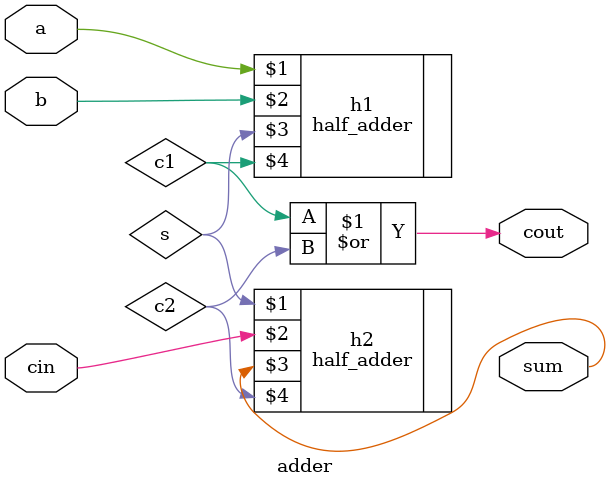
<source format=v>
`timescale 1ns / 1ps
module adder(a,b,cin,sum, cout);
	
	input  a,b,cin;
	
	output sum,cout;
	wire c1,c2,s;
	half_adder h1(a,b,s,c1);
	half_adder h2(s,cin,sum,c2);;
	or o1(cout,c1,c2);
	
endmodule

</source>
